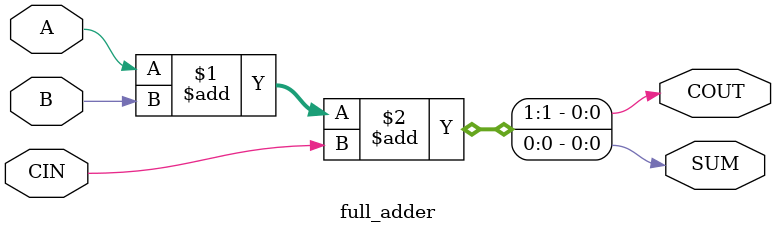
<source format=v>

module ripple_carry_adder (
    input [3:0] A,
    input [3:0] B,
    input CIN,
    output [3:0] SUM,
    output COUT
);

reg [3:0] A_reg, B_reg;
wire [3:0] SUM1, SUM2, SUM3; 
wire COUT1, COUT2, COUT3;
reg CIN_reg;

full_adder FA1(A_reg[0], B_reg[0], CIN_reg, SUM1[0], COUT1);
full_adder FA2(A_reg[1], B_reg[1], COUT1, SUM2[1], COUT2);
full_adder FA3(A_reg[2], B_reg[2], COUT2, SUM3[2], COUT3);
full_adder FA4(A_reg[3], B_reg[3], COUT3, SUM[3], COUT);

assign SUM[2] = SUM3[2];
assign SUM[1] = SUM2[1];
assign SUM[0] = SUM1[0];

always @(A or B or CIN) begin
    A_reg <= A;
    B_reg <= B;
    CIN_reg <= CIN;
end

endmodule
module full_adder (
    input A,
    input B,
    input CIN,
    output SUM,
    output COUT
);

assign {COUT, SUM} = A + B + CIN;

endmodule
</source>
